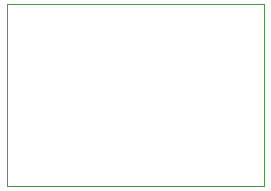
<source format=gbr>
%TF.GenerationSoftware,KiCad,Pcbnew,8.0.7*%
%TF.CreationDate,2024-12-30T14:37:26-05:00*%
%TF.ProjectId,SwitchBoard,53776974-6368-4426-9f61-72642e6b6963,rev?*%
%TF.SameCoordinates,Original*%
%TF.FileFunction,Profile,NP*%
%FSLAX46Y46*%
G04 Gerber Fmt 4.6, Leading zero omitted, Abs format (unit mm)*
G04 Created by KiCad (PCBNEW 8.0.7) date 2024-12-30 14:37:26*
%MOMM*%
%LPD*%
G01*
G04 APERTURE LIST*
%TA.AperFunction,Profile*%
%ADD10C,0.050000*%
%TD*%
G04 APERTURE END LIST*
D10*
X155900000Y-59800000D02*
X177700000Y-59800000D01*
X177700000Y-75200000D01*
X155900000Y-75200000D01*
X155900000Y-59800000D01*
M02*

</source>
